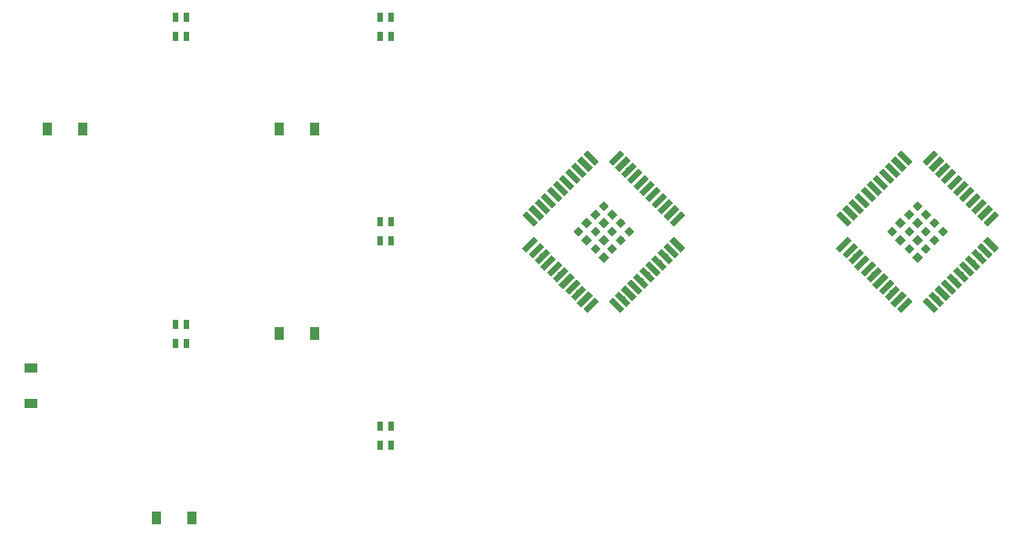
<source format=gbr>
G04 #@! TF.GenerationSoftware,KiCad,Pcbnew,(5.0.0-rc2-dev-471-ge4feb315d)*
G04 #@! TF.CreationDate,2018-05-05T14:20:45+01:00*
G04 #@! TF.ProjectId,panel,70616E656C2E6B696361645F70636200,rev?*
G04 #@! TF.SameCoordinates,Original*
G04 #@! TF.FileFunction,Paste,Top*
G04 #@! TF.FilePolarity,Positive*
%FSLAX46Y46*%
G04 Gerber Fmt 4.6, Leading zero omitted, Abs format (unit mm)*
G04 Created by KiCad (PCBNEW (5.0.0-rc2-dev-471-ge4feb315d)) date Sat May  5 14:20:45 2018*
%MOMM*%
%LPD*%
G01*
G04 APERTURE LIST*
%ADD10C,0.550000*%
%ADD11C,0.100000*%
%ADD12C,0.675000*%
%ADD13R,0.500000X0.850000*%
%ADD14R,1.200000X0.900000*%
%ADD15R,0.900000X1.200000*%
G04 APERTURE END LIST*
D10*
X157547918Y-112521064D03*
D11*
G36*
X156823134Y-112185188D02*
X157212042Y-111796280D01*
X158272702Y-112856940D01*
X157883794Y-113245848D01*
X156823134Y-112185188D01*
X156823134Y-112185188D01*
G37*
D10*
X156982233Y-113086750D03*
D11*
G36*
X156257449Y-112750874D02*
X156646357Y-112361966D01*
X157707017Y-113422626D01*
X157318109Y-113811534D01*
X156257449Y-112750874D01*
X156257449Y-112750874D01*
G37*
D10*
X156416548Y-113652435D03*
D11*
G36*
X155691764Y-113316559D02*
X156080672Y-112927651D01*
X157141332Y-113988311D01*
X156752424Y-114377219D01*
X155691764Y-113316559D01*
X155691764Y-113316559D01*
G37*
D10*
X155850862Y-114218120D03*
D11*
G36*
X155126078Y-113882244D02*
X155514986Y-113493336D01*
X156575646Y-114553996D01*
X156186738Y-114942904D01*
X155126078Y-113882244D01*
X155126078Y-113882244D01*
G37*
D10*
X155285177Y-114783806D03*
D11*
G36*
X154560393Y-114447930D02*
X154949301Y-114059022D01*
X156009961Y-115119682D01*
X155621053Y-115508590D01*
X154560393Y-114447930D01*
X154560393Y-114447930D01*
G37*
D10*
X154719491Y-115349491D03*
D11*
G36*
X153994707Y-115013615D02*
X154383615Y-114624707D01*
X155444275Y-115685367D01*
X155055367Y-116074275D01*
X153994707Y-115013615D01*
X153994707Y-115013615D01*
G37*
D10*
X154153806Y-115915177D03*
D11*
G36*
X153429022Y-115579301D02*
X153817930Y-115190393D01*
X154878590Y-116251053D01*
X154489682Y-116639961D01*
X153429022Y-115579301D01*
X153429022Y-115579301D01*
G37*
D10*
X153588120Y-116480862D03*
D11*
G36*
X152863336Y-116144986D02*
X153252244Y-115756078D01*
X154312904Y-116816738D01*
X153923996Y-117205646D01*
X152863336Y-116144986D01*
X152863336Y-116144986D01*
G37*
D10*
X153022435Y-117046548D03*
D11*
G36*
X152297651Y-116710672D02*
X152686559Y-116321764D01*
X153747219Y-117382424D01*
X153358311Y-117771332D01*
X152297651Y-116710672D01*
X152297651Y-116710672D01*
G37*
D10*
X152456750Y-117612233D03*
D11*
G36*
X151731966Y-117276357D02*
X152120874Y-116887449D01*
X153181534Y-117948109D01*
X152792626Y-118337017D01*
X151731966Y-117276357D01*
X151731966Y-117276357D01*
G37*
D10*
X151891064Y-118177918D03*
D11*
G36*
X151166280Y-117842042D02*
X151555188Y-117453134D01*
X152615848Y-118513794D01*
X152226940Y-118902702D01*
X151166280Y-117842042D01*
X151166280Y-117842042D01*
G37*
D10*
X151891064Y-120582082D03*
D11*
G36*
X151555188Y-121306866D02*
X151166280Y-120917958D01*
X152226940Y-119857298D01*
X152615848Y-120246206D01*
X151555188Y-121306866D01*
X151555188Y-121306866D01*
G37*
D10*
X152456750Y-121147767D03*
D11*
G36*
X152120874Y-121872551D02*
X151731966Y-121483643D01*
X152792626Y-120422983D01*
X153181534Y-120811891D01*
X152120874Y-121872551D01*
X152120874Y-121872551D01*
G37*
D10*
X153022435Y-121713452D03*
D11*
G36*
X152686559Y-122438236D02*
X152297651Y-122049328D01*
X153358311Y-120988668D01*
X153747219Y-121377576D01*
X152686559Y-122438236D01*
X152686559Y-122438236D01*
G37*
D10*
X153588120Y-122279138D03*
D11*
G36*
X153252244Y-123003922D02*
X152863336Y-122615014D01*
X153923996Y-121554354D01*
X154312904Y-121943262D01*
X153252244Y-123003922D01*
X153252244Y-123003922D01*
G37*
D10*
X154153806Y-122844823D03*
D11*
G36*
X153817930Y-123569607D02*
X153429022Y-123180699D01*
X154489682Y-122120039D01*
X154878590Y-122508947D01*
X153817930Y-123569607D01*
X153817930Y-123569607D01*
G37*
D10*
X154719491Y-123410509D03*
D11*
G36*
X154383615Y-124135293D02*
X153994707Y-123746385D01*
X155055367Y-122685725D01*
X155444275Y-123074633D01*
X154383615Y-124135293D01*
X154383615Y-124135293D01*
G37*
D10*
X155285177Y-123976194D03*
D11*
G36*
X154949301Y-124700978D02*
X154560393Y-124312070D01*
X155621053Y-123251410D01*
X156009961Y-123640318D01*
X154949301Y-124700978D01*
X154949301Y-124700978D01*
G37*
D10*
X155850862Y-124541880D03*
D11*
G36*
X155514986Y-125266664D02*
X155126078Y-124877756D01*
X156186738Y-123817096D01*
X156575646Y-124206004D01*
X155514986Y-125266664D01*
X155514986Y-125266664D01*
G37*
D10*
X156416548Y-125107565D03*
D11*
G36*
X156080672Y-125832349D02*
X155691764Y-125443441D01*
X156752424Y-124382781D01*
X157141332Y-124771689D01*
X156080672Y-125832349D01*
X156080672Y-125832349D01*
G37*
D10*
X156982233Y-125673250D03*
D11*
G36*
X156646357Y-126398034D02*
X156257449Y-126009126D01*
X157318109Y-124948466D01*
X157707017Y-125337374D01*
X156646357Y-126398034D01*
X156646357Y-126398034D01*
G37*
D10*
X157547918Y-126238936D03*
D11*
G36*
X157212042Y-126963720D02*
X156823134Y-126574812D01*
X157883794Y-125514152D01*
X158272702Y-125903060D01*
X157212042Y-126963720D01*
X157212042Y-126963720D01*
G37*
D10*
X159952082Y-126238936D03*
D11*
G36*
X159227298Y-125903060D02*
X159616206Y-125514152D01*
X160676866Y-126574812D01*
X160287958Y-126963720D01*
X159227298Y-125903060D01*
X159227298Y-125903060D01*
G37*
D10*
X160517767Y-125673250D03*
D11*
G36*
X159792983Y-125337374D02*
X160181891Y-124948466D01*
X161242551Y-126009126D01*
X160853643Y-126398034D01*
X159792983Y-125337374D01*
X159792983Y-125337374D01*
G37*
D10*
X161083452Y-125107565D03*
D11*
G36*
X160358668Y-124771689D02*
X160747576Y-124382781D01*
X161808236Y-125443441D01*
X161419328Y-125832349D01*
X160358668Y-124771689D01*
X160358668Y-124771689D01*
G37*
D10*
X161649138Y-124541880D03*
D11*
G36*
X160924354Y-124206004D02*
X161313262Y-123817096D01*
X162373922Y-124877756D01*
X161985014Y-125266664D01*
X160924354Y-124206004D01*
X160924354Y-124206004D01*
G37*
D10*
X162214823Y-123976194D03*
D11*
G36*
X161490039Y-123640318D02*
X161878947Y-123251410D01*
X162939607Y-124312070D01*
X162550699Y-124700978D01*
X161490039Y-123640318D01*
X161490039Y-123640318D01*
G37*
D10*
X162780509Y-123410509D03*
D11*
G36*
X162055725Y-123074633D02*
X162444633Y-122685725D01*
X163505293Y-123746385D01*
X163116385Y-124135293D01*
X162055725Y-123074633D01*
X162055725Y-123074633D01*
G37*
D10*
X163346194Y-122844823D03*
D11*
G36*
X162621410Y-122508947D02*
X163010318Y-122120039D01*
X164070978Y-123180699D01*
X163682070Y-123569607D01*
X162621410Y-122508947D01*
X162621410Y-122508947D01*
G37*
D10*
X163911880Y-122279138D03*
D11*
G36*
X163187096Y-121943262D02*
X163576004Y-121554354D01*
X164636664Y-122615014D01*
X164247756Y-123003922D01*
X163187096Y-121943262D01*
X163187096Y-121943262D01*
G37*
D10*
X164477565Y-121713452D03*
D11*
G36*
X163752781Y-121377576D02*
X164141689Y-120988668D01*
X165202349Y-122049328D01*
X164813441Y-122438236D01*
X163752781Y-121377576D01*
X163752781Y-121377576D01*
G37*
D10*
X165043250Y-121147767D03*
D11*
G36*
X164318466Y-120811891D02*
X164707374Y-120422983D01*
X165768034Y-121483643D01*
X165379126Y-121872551D01*
X164318466Y-120811891D01*
X164318466Y-120811891D01*
G37*
D10*
X165608936Y-120582082D03*
D11*
G36*
X164884152Y-120246206D02*
X165273060Y-119857298D01*
X166333720Y-120917958D01*
X165944812Y-121306866D01*
X164884152Y-120246206D01*
X164884152Y-120246206D01*
G37*
D10*
X165608936Y-118177918D03*
D11*
G36*
X165273060Y-118902702D02*
X164884152Y-118513794D01*
X165944812Y-117453134D01*
X166333720Y-117842042D01*
X165273060Y-118902702D01*
X165273060Y-118902702D01*
G37*
D10*
X165043250Y-117612233D03*
D11*
G36*
X164707374Y-118337017D02*
X164318466Y-117948109D01*
X165379126Y-116887449D01*
X165768034Y-117276357D01*
X164707374Y-118337017D01*
X164707374Y-118337017D01*
G37*
D10*
X164477565Y-117046548D03*
D11*
G36*
X164141689Y-117771332D02*
X163752781Y-117382424D01*
X164813441Y-116321764D01*
X165202349Y-116710672D01*
X164141689Y-117771332D01*
X164141689Y-117771332D01*
G37*
D10*
X163911880Y-116480862D03*
D11*
G36*
X163576004Y-117205646D02*
X163187096Y-116816738D01*
X164247756Y-115756078D01*
X164636664Y-116144986D01*
X163576004Y-117205646D01*
X163576004Y-117205646D01*
G37*
D10*
X163346194Y-115915177D03*
D11*
G36*
X163010318Y-116639961D02*
X162621410Y-116251053D01*
X163682070Y-115190393D01*
X164070978Y-115579301D01*
X163010318Y-116639961D01*
X163010318Y-116639961D01*
G37*
D10*
X162780509Y-115349491D03*
D11*
G36*
X162444633Y-116074275D02*
X162055725Y-115685367D01*
X163116385Y-114624707D01*
X163505293Y-115013615D01*
X162444633Y-116074275D01*
X162444633Y-116074275D01*
G37*
D10*
X162214823Y-114783806D03*
D11*
G36*
X161878947Y-115508590D02*
X161490039Y-115119682D01*
X162550699Y-114059022D01*
X162939607Y-114447930D01*
X161878947Y-115508590D01*
X161878947Y-115508590D01*
G37*
D10*
X161649138Y-114218120D03*
D11*
G36*
X161313262Y-114942904D02*
X160924354Y-114553996D01*
X161985014Y-113493336D01*
X162373922Y-113882244D01*
X161313262Y-114942904D01*
X161313262Y-114942904D01*
G37*
D10*
X161083452Y-113652435D03*
D11*
G36*
X160747576Y-114377219D02*
X160358668Y-113988311D01*
X161419328Y-112927651D01*
X161808236Y-113316559D01*
X160747576Y-114377219D01*
X160747576Y-114377219D01*
G37*
D10*
X160517767Y-113086750D03*
D11*
G36*
X160181891Y-113811534D02*
X159792983Y-113422626D01*
X160853643Y-112361966D01*
X161242551Y-112750874D01*
X160181891Y-113811534D01*
X160181891Y-113811534D01*
G37*
D10*
X159952082Y-112521064D03*
D11*
G36*
X159616206Y-113245848D02*
X159227298Y-112856940D01*
X160287958Y-111796280D01*
X160676866Y-112185188D01*
X159616206Y-113245848D01*
X159616206Y-113245848D01*
G37*
D12*
X158750000Y-121766485D03*
D11*
G36*
X158272703Y-121766485D02*
X158750000Y-121289188D01*
X159227297Y-121766485D01*
X158750000Y-122243782D01*
X158272703Y-121766485D01*
X158272703Y-121766485D01*
G37*
D12*
X159545495Y-120970990D03*
D11*
G36*
X159068198Y-120970990D02*
X159545495Y-120493693D01*
X160022792Y-120970990D01*
X159545495Y-121448287D01*
X159068198Y-120970990D01*
X159068198Y-120970990D01*
G37*
D12*
X160340990Y-120175495D03*
D11*
G36*
X159863693Y-120175495D02*
X160340990Y-119698198D01*
X160818287Y-120175495D01*
X160340990Y-120652792D01*
X159863693Y-120175495D01*
X159863693Y-120175495D01*
G37*
D12*
X161136485Y-119380000D03*
D11*
G36*
X160659188Y-119380000D02*
X161136485Y-118902703D01*
X161613782Y-119380000D01*
X161136485Y-119857297D01*
X160659188Y-119380000D01*
X160659188Y-119380000D01*
G37*
D12*
X157954505Y-120970990D03*
D11*
G36*
X157477208Y-120970990D02*
X157954505Y-120493693D01*
X158431802Y-120970990D01*
X157954505Y-121448287D01*
X157477208Y-120970990D01*
X157477208Y-120970990D01*
G37*
D12*
X158750000Y-120175495D03*
D11*
G36*
X158272703Y-120175495D02*
X158750000Y-119698198D01*
X159227297Y-120175495D01*
X158750000Y-120652792D01*
X158272703Y-120175495D01*
X158272703Y-120175495D01*
G37*
D12*
X159545495Y-119380000D03*
D11*
G36*
X159068198Y-119380000D02*
X159545495Y-118902703D01*
X160022792Y-119380000D01*
X159545495Y-119857297D01*
X159068198Y-119380000D01*
X159068198Y-119380000D01*
G37*
D12*
X160340990Y-118584505D03*
D11*
G36*
X159863693Y-118584505D02*
X160340990Y-118107208D01*
X160818287Y-118584505D01*
X160340990Y-119061802D01*
X159863693Y-118584505D01*
X159863693Y-118584505D01*
G37*
D12*
X157159010Y-120175495D03*
D11*
G36*
X156681713Y-120175495D02*
X157159010Y-119698198D01*
X157636307Y-120175495D01*
X157159010Y-120652792D01*
X156681713Y-120175495D01*
X156681713Y-120175495D01*
G37*
D12*
X157954505Y-119380000D03*
D11*
G36*
X157477208Y-119380000D02*
X157954505Y-118902703D01*
X158431802Y-119380000D01*
X157954505Y-119857297D01*
X157477208Y-119380000D01*
X157477208Y-119380000D01*
G37*
D12*
X158750000Y-118584505D03*
D11*
G36*
X158272703Y-118584505D02*
X158750000Y-118107208D01*
X159227297Y-118584505D01*
X158750000Y-119061802D01*
X158272703Y-118584505D01*
X158272703Y-118584505D01*
G37*
D12*
X159545495Y-117789010D03*
D11*
G36*
X159068198Y-117789010D02*
X159545495Y-117311713D01*
X160022792Y-117789010D01*
X159545495Y-118266307D01*
X159068198Y-117789010D01*
X159068198Y-117789010D01*
G37*
D12*
X156363515Y-119380000D03*
D11*
G36*
X155886218Y-119380000D02*
X156363515Y-118902703D01*
X156840812Y-119380000D01*
X156363515Y-119857297D01*
X155886218Y-119380000D01*
X155886218Y-119380000D01*
G37*
D12*
X157159010Y-118584505D03*
D11*
G36*
X156681713Y-118584505D02*
X157159010Y-118107208D01*
X157636307Y-118584505D01*
X157159010Y-119061802D01*
X156681713Y-118584505D01*
X156681713Y-118584505D01*
G37*
D12*
X157954505Y-117789010D03*
D11*
G36*
X157477208Y-117789010D02*
X157954505Y-117311713D01*
X158431802Y-117789010D01*
X157954505Y-118266307D01*
X157477208Y-117789010D01*
X157477208Y-117789010D01*
G37*
D12*
X158750000Y-116993515D03*
D11*
G36*
X158272703Y-116993515D02*
X158750000Y-116516218D01*
X159227297Y-116993515D01*
X158750000Y-117470812D01*
X158272703Y-116993515D01*
X158272703Y-116993515D01*
G37*
D12*
X129540000Y-116993515D03*
D11*
G36*
X129062703Y-116993515D02*
X129540000Y-116516218D01*
X130017297Y-116993515D01*
X129540000Y-117470812D01*
X129062703Y-116993515D01*
X129062703Y-116993515D01*
G37*
D12*
X128744505Y-117789010D03*
D11*
G36*
X128267208Y-117789010D02*
X128744505Y-117311713D01*
X129221802Y-117789010D01*
X128744505Y-118266307D01*
X128267208Y-117789010D01*
X128267208Y-117789010D01*
G37*
D12*
X127949010Y-118584505D03*
D11*
G36*
X127471713Y-118584505D02*
X127949010Y-118107208D01*
X128426307Y-118584505D01*
X127949010Y-119061802D01*
X127471713Y-118584505D01*
X127471713Y-118584505D01*
G37*
D12*
X127153515Y-119380000D03*
D11*
G36*
X126676218Y-119380000D02*
X127153515Y-118902703D01*
X127630812Y-119380000D01*
X127153515Y-119857297D01*
X126676218Y-119380000D01*
X126676218Y-119380000D01*
G37*
D12*
X130335495Y-117789010D03*
D11*
G36*
X129858198Y-117789010D02*
X130335495Y-117311713D01*
X130812792Y-117789010D01*
X130335495Y-118266307D01*
X129858198Y-117789010D01*
X129858198Y-117789010D01*
G37*
D12*
X129540000Y-118584505D03*
D11*
G36*
X129062703Y-118584505D02*
X129540000Y-118107208D01*
X130017297Y-118584505D01*
X129540000Y-119061802D01*
X129062703Y-118584505D01*
X129062703Y-118584505D01*
G37*
D12*
X128744505Y-119380000D03*
D11*
G36*
X128267208Y-119380000D02*
X128744505Y-118902703D01*
X129221802Y-119380000D01*
X128744505Y-119857297D01*
X128267208Y-119380000D01*
X128267208Y-119380000D01*
G37*
D12*
X127949010Y-120175495D03*
D11*
G36*
X127471713Y-120175495D02*
X127949010Y-119698198D01*
X128426307Y-120175495D01*
X127949010Y-120652792D01*
X127471713Y-120175495D01*
X127471713Y-120175495D01*
G37*
D12*
X131130990Y-118584505D03*
D11*
G36*
X130653693Y-118584505D02*
X131130990Y-118107208D01*
X131608287Y-118584505D01*
X131130990Y-119061802D01*
X130653693Y-118584505D01*
X130653693Y-118584505D01*
G37*
D12*
X130335495Y-119380000D03*
D11*
G36*
X129858198Y-119380000D02*
X130335495Y-118902703D01*
X130812792Y-119380000D01*
X130335495Y-119857297D01*
X129858198Y-119380000D01*
X129858198Y-119380000D01*
G37*
D12*
X129540000Y-120175495D03*
D11*
G36*
X129062703Y-120175495D02*
X129540000Y-119698198D01*
X130017297Y-120175495D01*
X129540000Y-120652792D01*
X129062703Y-120175495D01*
X129062703Y-120175495D01*
G37*
D12*
X128744505Y-120970990D03*
D11*
G36*
X128267208Y-120970990D02*
X128744505Y-120493693D01*
X129221802Y-120970990D01*
X128744505Y-121448287D01*
X128267208Y-120970990D01*
X128267208Y-120970990D01*
G37*
D12*
X131926485Y-119380000D03*
D11*
G36*
X131449188Y-119380000D02*
X131926485Y-118902703D01*
X132403782Y-119380000D01*
X131926485Y-119857297D01*
X131449188Y-119380000D01*
X131449188Y-119380000D01*
G37*
D12*
X131130990Y-120175495D03*
D11*
G36*
X130653693Y-120175495D02*
X131130990Y-119698198D01*
X131608287Y-120175495D01*
X131130990Y-120652792D01*
X130653693Y-120175495D01*
X130653693Y-120175495D01*
G37*
D12*
X130335495Y-120970990D03*
D11*
G36*
X129858198Y-120970990D02*
X130335495Y-120493693D01*
X130812792Y-120970990D01*
X130335495Y-121448287D01*
X129858198Y-120970990D01*
X129858198Y-120970990D01*
G37*
D12*
X129540000Y-121766485D03*
D11*
G36*
X129062703Y-121766485D02*
X129540000Y-121289188D01*
X130017297Y-121766485D01*
X129540000Y-122243782D01*
X129062703Y-121766485D01*
X129062703Y-121766485D01*
G37*
D10*
X130742082Y-112521064D03*
D11*
G36*
X130406206Y-113245848D02*
X130017298Y-112856940D01*
X131077958Y-111796280D01*
X131466866Y-112185188D01*
X130406206Y-113245848D01*
X130406206Y-113245848D01*
G37*
D10*
X131307767Y-113086750D03*
D11*
G36*
X130971891Y-113811534D02*
X130582983Y-113422626D01*
X131643643Y-112361966D01*
X132032551Y-112750874D01*
X130971891Y-113811534D01*
X130971891Y-113811534D01*
G37*
D10*
X131873452Y-113652435D03*
D11*
G36*
X131537576Y-114377219D02*
X131148668Y-113988311D01*
X132209328Y-112927651D01*
X132598236Y-113316559D01*
X131537576Y-114377219D01*
X131537576Y-114377219D01*
G37*
D10*
X132439138Y-114218120D03*
D11*
G36*
X132103262Y-114942904D02*
X131714354Y-114553996D01*
X132775014Y-113493336D01*
X133163922Y-113882244D01*
X132103262Y-114942904D01*
X132103262Y-114942904D01*
G37*
D10*
X133004823Y-114783806D03*
D11*
G36*
X132668947Y-115508590D02*
X132280039Y-115119682D01*
X133340699Y-114059022D01*
X133729607Y-114447930D01*
X132668947Y-115508590D01*
X132668947Y-115508590D01*
G37*
D10*
X133570509Y-115349491D03*
D11*
G36*
X133234633Y-116074275D02*
X132845725Y-115685367D01*
X133906385Y-114624707D01*
X134295293Y-115013615D01*
X133234633Y-116074275D01*
X133234633Y-116074275D01*
G37*
D10*
X134136194Y-115915177D03*
D11*
G36*
X133800318Y-116639961D02*
X133411410Y-116251053D01*
X134472070Y-115190393D01*
X134860978Y-115579301D01*
X133800318Y-116639961D01*
X133800318Y-116639961D01*
G37*
D10*
X134701880Y-116480862D03*
D11*
G36*
X134366004Y-117205646D02*
X133977096Y-116816738D01*
X135037756Y-115756078D01*
X135426664Y-116144986D01*
X134366004Y-117205646D01*
X134366004Y-117205646D01*
G37*
D10*
X135267565Y-117046548D03*
D11*
G36*
X134931689Y-117771332D02*
X134542781Y-117382424D01*
X135603441Y-116321764D01*
X135992349Y-116710672D01*
X134931689Y-117771332D01*
X134931689Y-117771332D01*
G37*
D10*
X135833250Y-117612233D03*
D11*
G36*
X135497374Y-118337017D02*
X135108466Y-117948109D01*
X136169126Y-116887449D01*
X136558034Y-117276357D01*
X135497374Y-118337017D01*
X135497374Y-118337017D01*
G37*
D10*
X136398936Y-118177918D03*
D11*
G36*
X136063060Y-118902702D02*
X135674152Y-118513794D01*
X136734812Y-117453134D01*
X137123720Y-117842042D01*
X136063060Y-118902702D01*
X136063060Y-118902702D01*
G37*
D10*
X136398936Y-120582082D03*
D11*
G36*
X135674152Y-120246206D02*
X136063060Y-119857298D01*
X137123720Y-120917958D01*
X136734812Y-121306866D01*
X135674152Y-120246206D01*
X135674152Y-120246206D01*
G37*
D10*
X135833250Y-121147767D03*
D11*
G36*
X135108466Y-120811891D02*
X135497374Y-120422983D01*
X136558034Y-121483643D01*
X136169126Y-121872551D01*
X135108466Y-120811891D01*
X135108466Y-120811891D01*
G37*
D10*
X135267565Y-121713452D03*
D11*
G36*
X134542781Y-121377576D02*
X134931689Y-120988668D01*
X135992349Y-122049328D01*
X135603441Y-122438236D01*
X134542781Y-121377576D01*
X134542781Y-121377576D01*
G37*
D10*
X134701880Y-122279138D03*
D11*
G36*
X133977096Y-121943262D02*
X134366004Y-121554354D01*
X135426664Y-122615014D01*
X135037756Y-123003922D01*
X133977096Y-121943262D01*
X133977096Y-121943262D01*
G37*
D10*
X134136194Y-122844823D03*
D11*
G36*
X133411410Y-122508947D02*
X133800318Y-122120039D01*
X134860978Y-123180699D01*
X134472070Y-123569607D01*
X133411410Y-122508947D01*
X133411410Y-122508947D01*
G37*
D10*
X133570509Y-123410509D03*
D11*
G36*
X132845725Y-123074633D02*
X133234633Y-122685725D01*
X134295293Y-123746385D01*
X133906385Y-124135293D01*
X132845725Y-123074633D01*
X132845725Y-123074633D01*
G37*
D10*
X133004823Y-123976194D03*
D11*
G36*
X132280039Y-123640318D02*
X132668947Y-123251410D01*
X133729607Y-124312070D01*
X133340699Y-124700978D01*
X132280039Y-123640318D01*
X132280039Y-123640318D01*
G37*
D10*
X132439138Y-124541880D03*
D11*
G36*
X131714354Y-124206004D02*
X132103262Y-123817096D01*
X133163922Y-124877756D01*
X132775014Y-125266664D01*
X131714354Y-124206004D01*
X131714354Y-124206004D01*
G37*
D10*
X131873452Y-125107565D03*
D11*
G36*
X131148668Y-124771689D02*
X131537576Y-124382781D01*
X132598236Y-125443441D01*
X132209328Y-125832349D01*
X131148668Y-124771689D01*
X131148668Y-124771689D01*
G37*
D10*
X131307767Y-125673250D03*
D11*
G36*
X130582983Y-125337374D02*
X130971891Y-124948466D01*
X132032551Y-126009126D01*
X131643643Y-126398034D01*
X130582983Y-125337374D01*
X130582983Y-125337374D01*
G37*
D10*
X130742082Y-126238936D03*
D11*
G36*
X130017298Y-125903060D02*
X130406206Y-125514152D01*
X131466866Y-126574812D01*
X131077958Y-126963720D01*
X130017298Y-125903060D01*
X130017298Y-125903060D01*
G37*
D10*
X128337918Y-126238936D03*
D11*
G36*
X128002042Y-126963720D02*
X127613134Y-126574812D01*
X128673794Y-125514152D01*
X129062702Y-125903060D01*
X128002042Y-126963720D01*
X128002042Y-126963720D01*
G37*
D10*
X127772233Y-125673250D03*
D11*
G36*
X127436357Y-126398034D02*
X127047449Y-126009126D01*
X128108109Y-124948466D01*
X128497017Y-125337374D01*
X127436357Y-126398034D01*
X127436357Y-126398034D01*
G37*
D10*
X127206548Y-125107565D03*
D11*
G36*
X126870672Y-125832349D02*
X126481764Y-125443441D01*
X127542424Y-124382781D01*
X127931332Y-124771689D01*
X126870672Y-125832349D01*
X126870672Y-125832349D01*
G37*
D10*
X126640862Y-124541880D03*
D11*
G36*
X126304986Y-125266664D02*
X125916078Y-124877756D01*
X126976738Y-123817096D01*
X127365646Y-124206004D01*
X126304986Y-125266664D01*
X126304986Y-125266664D01*
G37*
D10*
X126075177Y-123976194D03*
D11*
G36*
X125739301Y-124700978D02*
X125350393Y-124312070D01*
X126411053Y-123251410D01*
X126799961Y-123640318D01*
X125739301Y-124700978D01*
X125739301Y-124700978D01*
G37*
D10*
X125509491Y-123410509D03*
D11*
G36*
X125173615Y-124135293D02*
X124784707Y-123746385D01*
X125845367Y-122685725D01*
X126234275Y-123074633D01*
X125173615Y-124135293D01*
X125173615Y-124135293D01*
G37*
D10*
X124943806Y-122844823D03*
D11*
G36*
X124607930Y-123569607D02*
X124219022Y-123180699D01*
X125279682Y-122120039D01*
X125668590Y-122508947D01*
X124607930Y-123569607D01*
X124607930Y-123569607D01*
G37*
D10*
X124378120Y-122279138D03*
D11*
G36*
X124042244Y-123003922D02*
X123653336Y-122615014D01*
X124713996Y-121554354D01*
X125102904Y-121943262D01*
X124042244Y-123003922D01*
X124042244Y-123003922D01*
G37*
D10*
X123812435Y-121713452D03*
D11*
G36*
X123476559Y-122438236D02*
X123087651Y-122049328D01*
X124148311Y-120988668D01*
X124537219Y-121377576D01*
X123476559Y-122438236D01*
X123476559Y-122438236D01*
G37*
D10*
X123246750Y-121147767D03*
D11*
G36*
X122910874Y-121872551D02*
X122521966Y-121483643D01*
X123582626Y-120422983D01*
X123971534Y-120811891D01*
X122910874Y-121872551D01*
X122910874Y-121872551D01*
G37*
D10*
X122681064Y-120582082D03*
D11*
G36*
X122345188Y-121306866D02*
X121956280Y-120917958D01*
X123016940Y-119857298D01*
X123405848Y-120246206D01*
X122345188Y-121306866D01*
X122345188Y-121306866D01*
G37*
D10*
X122681064Y-118177918D03*
D11*
G36*
X121956280Y-117842042D02*
X122345188Y-117453134D01*
X123405848Y-118513794D01*
X123016940Y-118902702D01*
X121956280Y-117842042D01*
X121956280Y-117842042D01*
G37*
D10*
X123246750Y-117612233D03*
D11*
G36*
X122521966Y-117276357D02*
X122910874Y-116887449D01*
X123971534Y-117948109D01*
X123582626Y-118337017D01*
X122521966Y-117276357D01*
X122521966Y-117276357D01*
G37*
D10*
X123812435Y-117046548D03*
D11*
G36*
X123087651Y-116710672D02*
X123476559Y-116321764D01*
X124537219Y-117382424D01*
X124148311Y-117771332D01*
X123087651Y-116710672D01*
X123087651Y-116710672D01*
G37*
D10*
X124378120Y-116480862D03*
D11*
G36*
X123653336Y-116144986D02*
X124042244Y-115756078D01*
X125102904Y-116816738D01*
X124713996Y-117205646D01*
X123653336Y-116144986D01*
X123653336Y-116144986D01*
G37*
D10*
X124943806Y-115915177D03*
D11*
G36*
X124219022Y-115579301D02*
X124607930Y-115190393D01*
X125668590Y-116251053D01*
X125279682Y-116639961D01*
X124219022Y-115579301D01*
X124219022Y-115579301D01*
G37*
D10*
X125509491Y-115349491D03*
D11*
G36*
X124784707Y-115013615D02*
X125173615Y-114624707D01*
X126234275Y-115685367D01*
X125845367Y-116074275D01*
X124784707Y-115013615D01*
X124784707Y-115013615D01*
G37*
D10*
X126075177Y-114783806D03*
D11*
G36*
X125350393Y-114447930D02*
X125739301Y-114059022D01*
X126799961Y-115119682D01*
X126411053Y-115508590D01*
X125350393Y-114447930D01*
X125350393Y-114447930D01*
G37*
D10*
X126640862Y-114218120D03*
D11*
G36*
X125916078Y-113882244D02*
X126304986Y-113493336D01*
X127365646Y-114553996D01*
X126976738Y-114942904D01*
X125916078Y-113882244D01*
X125916078Y-113882244D01*
G37*
D10*
X127206548Y-113652435D03*
D11*
G36*
X126481764Y-113316559D02*
X126870672Y-112927651D01*
X127931332Y-113988311D01*
X127542424Y-114377219D01*
X126481764Y-113316559D01*
X126481764Y-113316559D01*
G37*
D10*
X127772233Y-113086750D03*
D11*
G36*
X127047449Y-112750874D02*
X127436357Y-112361966D01*
X128497017Y-113422626D01*
X128108109Y-113811534D01*
X127047449Y-112750874D01*
X127047449Y-112750874D01*
G37*
D10*
X128337918Y-112521064D03*
D11*
G36*
X127613134Y-112185188D02*
X128002042Y-111796280D01*
X129062702Y-112856940D01*
X128673794Y-113245848D01*
X127613134Y-112185188D01*
X127613134Y-112185188D01*
G37*
D13*
X89670000Y-129805000D03*
X90670000Y-129805000D03*
X90670000Y-128005000D03*
X89670000Y-128005000D03*
X108720000Y-137530000D03*
X109720000Y-137530000D03*
X109720000Y-139330000D03*
X108720000Y-139330000D03*
X108720000Y-120280000D03*
X109720000Y-120280000D03*
X109720000Y-118480000D03*
X108720000Y-118480000D03*
X89670000Y-99430000D03*
X90670000Y-99430000D03*
X90670000Y-101230000D03*
X89670000Y-101230000D03*
X108720000Y-101230000D03*
X109720000Y-101230000D03*
X109720000Y-99430000D03*
X108720000Y-99430000D03*
D14*
X76200000Y-135415000D03*
X76200000Y-132115000D03*
D15*
X87885000Y-146050000D03*
X91185000Y-146050000D03*
X102615000Y-128905000D03*
X99315000Y-128905000D03*
X99315000Y-109855000D03*
X102615000Y-109855000D03*
X81025000Y-109855000D03*
X77725000Y-109855000D03*
M02*

</source>
